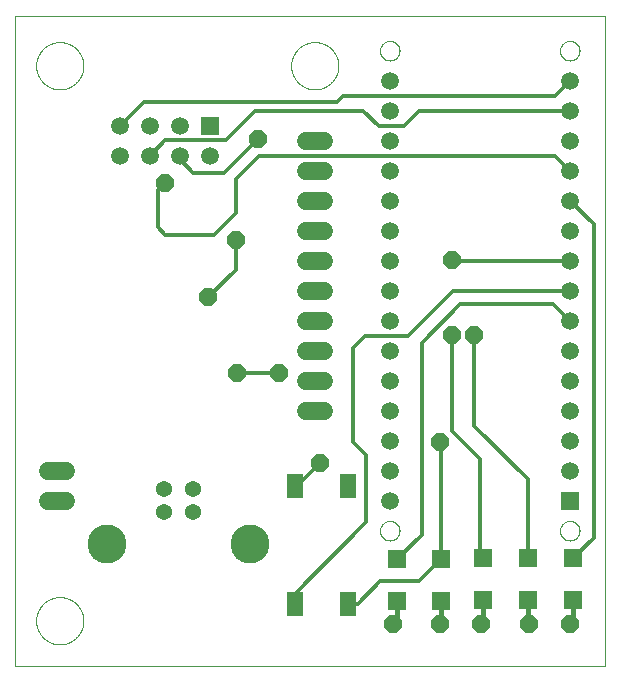
<source format=gtl>
G75*
%MOIN*%
%OFA0B0*%
%FSLAX25Y25*%
%IPPOS*%
%LPD*%
%AMOC8*
5,1,8,0,0,1.08239X$1,22.5*
%
%ADD10C,0.00000*%
%ADD11C,0.06000*%
%ADD12R,0.05906X0.05906*%
%ADD13C,0.05906*%
%ADD14R,0.05512X0.08268*%
%ADD15C,0.05400*%
%ADD16C,0.13000*%
%ADD17OC8,0.05906*%
%ADD18C,0.01200*%
%ADD19C,0.01600*%
D10*
X0001425Y0001000D02*
X0001425Y0217535D01*
X0198276Y0217535D01*
X0198276Y0001000D01*
X0001425Y0001000D01*
X0008551Y0016000D02*
X0008553Y0016193D01*
X0008560Y0016386D01*
X0008572Y0016579D01*
X0008589Y0016772D01*
X0008610Y0016964D01*
X0008636Y0017155D01*
X0008667Y0017346D01*
X0008702Y0017536D01*
X0008742Y0017725D01*
X0008787Y0017913D01*
X0008836Y0018100D01*
X0008890Y0018286D01*
X0008948Y0018470D01*
X0009011Y0018653D01*
X0009079Y0018834D01*
X0009150Y0019013D01*
X0009227Y0019191D01*
X0009307Y0019367D01*
X0009392Y0019540D01*
X0009481Y0019712D01*
X0009574Y0019881D01*
X0009671Y0020048D01*
X0009773Y0020213D01*
X0009878Y0020375D01*
X0009987Y0020534D01*
X0010101Y0020691D01*
X0010218Y0020844D01*
X0010338Y0020995D01*
X0010463Y0021143D01*
X0010591Y0021288D01*
X0010722Y0021429D01*
X0010857Y0021568D01*
X0010996Y0021703D01*
X0011137Y0021834D01*
X0011282Y0021962D01*
X0011430Y0022087D01*
X0011581Y0022207D01*
X0011734Y0022324D01*
X0011891Y0022438D01*
X0012050Y0022547D01*
X0012212Y0022652D01*
X0012377Y0022754D01*
X0012544Y0022851D01*
X0012713Y0022944D01*
X0012885Y0023033D01*
X0013058Y0023118D01*
X0013234Y0023198D01*
X0013412Y0023275D01*
X0013591Y0023346D01*
X0013772Y0023414D01*
X0013955Y0023477D01*
X0014139Y0023535D01*
X0014325Y0023589D01*
X0014512Y0023638D01*
X0014700Y0023683D01*
X0014889Y0023723D01*
X0015079Y0023758D01*
X0015270Y0023789D01*
X0015461Y0023815D01*
X0015653Y0023836D01*
X0015846Y0023853D01*
X0016039Y0023865D01*
X0016232Y0023872D01*
X0016425Y0023874D01*
X0016618Y0023872D01*
X0016811Y0023865D01*
X0017004Y0023853D01*
X0017197Y0023836D01*
X0017389Y0023815D01*
X0017580Y0023789D01*
X0017771Y0023758D01*
X0017961Y0023723D01*
X0018150Y0023683D01*
X0018338Y0023638D01*
X0018525Y0023589D01*
X0018711Y0023535D01*
X0018895Y0023477D01*
X0019078Y0023414D01*
X0019259Y0023346D01*
X0019438Y0023275D01*
X0019616Y0023198D01*
X0019792Y0023118D01*
X0019965Y0023033D01*
X0020137Y0022944D01*
X0020306Y0022851D01*
X0020473Y0022754D01*
X0020638Y0022652D01*
X0020800Y0022547D01*
X0020959Y0022438D01*
X0021116Y0022324D01*
X0021269Y0022207D01*
X0021420Y0022087D01*
X0021568Y0021962D01*
X0021713Y0021834D01*
X0021854Y0021703D01*
X0021993Y0021568D01*
X0022128Y0021429D01*
X0022259Y0021288D01*
X0022387Y0021143D01*
X0022512Y0020995D01*
X0022632Y0020844D01*
X0022749Y0020691D01*
X0022863Y0020534D01*
X0022972Y0020375D01*
X0023077Y0020213D01*
X0023179Y0020048D01*
X0023276Y0019881D01*
X0023369Y0019712D01*
X0023458Y0019540D01*
X0023543Y0019367D01*
X0023623Y0019191D01*
X0023700Y0019013D01*
X0023771Y0018834D01*
X0023839Y0018653D01*
X0023902Y0018470D01*
X0023960Y0018286D01*
X0024014Y0018100D01*
X0024063Y0017913D01*
X0024108Y0017725D01*
X0024148Y0017536D01*
X0024183Y0017346D01*
X0024214Y0017155D01*
X0024240Y0016964D01*
X0024261Y0016772D01*
X0024278Y0016579D01*
X0024290Y0016386D01*
X0024297Y0016193D01*
X0024299Y0016000D01*
X0024297Y0015807D01*
X0024290Y0015614D01*
X0024278Y0015421D01*
X0024261Y0015228D01*
X0024240Y0015036D01*
X0024214Y0014845D01*
X0024183Y0014654D01*
X0024148Y0014464D01*
X0024108Y0014275D01*
X0024063Y0014087D01*
X0024014Y0013900D01*
X0023960Y0013714D01*
X0023902Y0013530D01*
X0023839Y0013347D01*
X0023771Y0013166D01*
X0023700Y0012987D01*
X0023623Y0012809D01*
X0023543Y0012633D01*
X0023458Y0012460D01*
X0023369Y0012288D01*
X0023276Y0012119D01*
X0023179Y0011952D01*
X0023077Y0011787D01*
X0022972Y0011625D01*
X0022863Y0011466D01*
X0022749Y0011309D01*
X0022632Y0011156D01*
X0022512Y0011005D01*
X0022387Y0010857D01*
X0022259Y0010712D01*
X0022128Y0010571D01*
X0021993Y0010432D01*
X0021854Y0010297D01*
X0021713Y0010166D01*
X0021568Y0010038D01*
X0021420Y0009913D01*
X0021269Y0009793D01*
X0021116Y0009676D01*
X0020959Y0009562D01*
X0020800Y0009453D01*
X0020638Y0009348D01*
X0020473Y0009246D01*
X0020306Y0009149D01*
X0020137Y0009056D01*
X0019965Y0008967D01*
X0019792Y0008882D01*
X0019616Y0008802D01*
X0019438Y0008725D01*
X0019259Y0008654D01*
X0019078Y0008586D01*
X0018895Y0008523D01*
X0018711Y0008465D01*
X0018525Y0008411D01*
X0018338Y0008362D01*
X0018150Y0008317D01*
X0017961Y0008277D01*
X0017771Y0008242D01*
X0017580Y0008211D01*
X0017389Y0008185D01*
X0017197Y0008164D01*
X0017004Y0008147D01*
X0016811Y0008135D01*
X0016618Y0008128D01*
X0016425Y0008126D01*
X0016232Y0008128D01*
X0016039Y0008135D01*
X0015846Y0008147D01*
X0015653Y0008164D01*
X0015461Y0008185D01*
X0015270Y0008211D01*
X0015079Y0008242D01*
X0014889Y0008277D01*
X0014700Y0008317D01*
X0014512Y0008362D01*
X0014325Y0008411D01*
X0014139Y0008465D01*
X0013955Y0008523D01*
X0013772Y0008586D01*
X0013591Y0008654D01*
X0013412Y0008725D01*
X0013234Y0008802D01*
X0013058Y0008882D01*
X0012885Y0008967D01*
X0012713Y0009056D01*
X0012544Y0009149D01*
X0012377Y0009246D01*
X0012212Y0009348D01*
X0012050Y0009453D01*
X0011891Y0009562D01*
X0011734Y0009676D01*
X0011581Y0009793D01*
X0011430Y0009913D01*
X0011282Y0010038D01*
X0011137Y0010166D01*
X0010996Y0010297D01*
X0010857Y0010432D01*
X0010722Y0010571D01*
X0010591Y0010712D01*
X0010463Y0010857D01*
X0010338Y0011005D01*
X0010218Y0011156D01*
X0010101Y0011309D01*
X0009987Y0011466D01*
X0009878Y0011625D01*
X0009773Y0011787D01*
X0009671Y0011952D01*
X0009574Y0012119D01*
X0009481Y0012288D01*
X0009392Y0012460D01*
X0009307Y0012633D01*
X0009227Y0012809D01*
X0009150Y0012987D01*
X0009079Y0013166D01*
X0009011Y0013347D01*
X0008948Y0013530D01*
X0008890Y0013714D01*
X0008836Y0013900D01*
X0008787Y0014087D01*
X0008742Y0014275D01*
X0008702Y0014464D01*
X0008667Y0014654D01*
X0008636Y0014845D01*
X0008610Y0015036D01*
X0008589Y0015228D01*
X0008572Y0015421D01*
X0008560Y0015614D01*
X0008553Y0015807D01*
X0008551Y0016000D01*
X0123175Y0046000D02*
X0123177Y0046113D01*
X0123183Y0046227D01*
X0123193Y0046340D01*
X0123207Y0046452D01*
X0123224Y0046564D01*
X0123246Y0046676D01*
X0123272Y0046786D01*
X0123301Y0046896D01*
X0123334Y0047004D01*
X0123371Y0047112D01*
X0123412Y0047217D01*
X0123456Y0047322D01*
X0123504Y0047425D01*
X0123555Y0047526D01*
X0123610Y0047625D01*
X0123669Y0047722D01*
X0123731Y0047817D01*
X0123796Y0047910D01*
X0123864Y0048001D01*
X0123935Y0048089D01*
X0124010Y0048175D01*
X0124087Y0048258D01*
X0124167Y0048338D01*
X0124250Y0048415D01*
X0124336Y0048490D01*
X0124424Y0048561D01*
X0124515Y0048629D01*
X0124608Y0048694D01*
X0124703Y0048756D01*
X0124800Y0048815D01*
X0124899Y0048870D01*
X0125000Y0048921D01*
X0125103Y0048969D01*
X0125208Y0049013D01*
X0125313Y0049054D01*
X0125421Y0049091D01*
X0125529Y0049124D01*
X0125639Y0049153D01*
X0125749Y0049179D01*
X0125861Y0049201D01*
X0125973Y0049218D01*
X0126085Y0049232D01*
X0126198Y0049242D01*
X0126312Y0049248D01*
X0126425Y0049250D01*
X0126538Y0049248D01*
X0126652Y0049242D01*
X0126765Y0049232D01*
X0126877Y0049218D01*
X0126989Y0049201D01*
X0127101Y0049179D01*
X0127211Y0049153D01*
X0127321Y0049124D01*
X0127429Y0049091D01*
X0127537Y0049054D01*
X0127642Y0049013D01*
X0127747Y0048969D01*
X0127850Y0048921D01*
X0127951Y0048870D01*
X0128050Y0048815D01*
X0128147Y0048756D01*
X0128242Y0048694D01*
X0128335Y0048629D01*
X0128426Y0048561D01*
X0128514Y0048490D01*
X0128600Y0048415D01*
X0128683Y0048338D01*
X0128763Y0048258D01*
X0128840Y0048175D01*
X0128915Y0048089D01*
X0128986Y0048001D01*
X0129054Y0047910D01*
X0129119Y0047817D01*
X0129181Y0047722D01*
X0129240Y0047625D01*
X0129295Y0047526D01*
X0129346Y0047425D01*
X0129394Y0047322D01*
X0129438Y0047217D01*
X0129479Y0047112D01*
X0129516Y0047004D01*
X0129549Y0046896D01*
X0129578Y0046786D01*
X0129604Y0046676D01*
X0129626Y0046564D01*
X0129643Y0046452D01*
X0129657Y0046340D01*
X0129667Y0046227D01*
X0129673Y0046113D01*
X0129675Y0046000D01*
X0129673Y0045887D01*
X0129667Y0045773D01*
X0129657Y0045660D01*
X0129643Y0045548D01*
X0129626Y0045436D01*
X0129604Y0045324D01*
X0129578Y0045214D01*
X0129549Y0045104D01*
X0129516Y0044996D01*
X0129479Y0044888D01*
X0129438Y0044783D01*
X0129394Y0044678D01*
X0129346Y0044575D01*
X0129295Y0044474D01*
X0129240Y0044375D01*
X0129181Y0044278D01*
X0129119Y0044183D01*
X0129054Y0044090D01*
X0128986Y0043999D01*
X0128915Y0043911D01*
X0128840Y0043825D01*
X0128763Y0043742D01*
X0128683Y0043662D01*
X0128600Y0043585D01*
X0128514Y0043510D01*
X0128426Y0043439D01*
X0128335Y0043371D01*
X0128242Y0043306D01*
X0128147Y0043244D01*
X0128050Y0043185D01*
X0127951Y0043130D01*
X0127850Y0043079D01*
X0127747Y0043031D01*
X0127642Y0042987D01*
X0127537Y0042946D01*
X0127429Y0042909D01*
X0127321Y0042876D01*
X0127211Y0042847D01*
X0127101Y0042821D01*
X0126989Y0042799D01*
X0126877Y0042782D01*
X0126765Y0042768D01*
X0126652Y0042758D01*
X0126538Y0042752D01*
X0126425Y0042750D01*
X0126312Y0042752D01*
X0126198Y0042758D01*
X0126085Y0042768D01*
X0125973Y0042782D01*
X0125861Y0042799D01*
X0125749Y0042821D01*
X0125639Y0042847D01*
X0125529Y0042876D01*
X0125421Y0042909D01*
X0125313Y0042946D01*
X0125208Y0042987D01*
X0125103Y0043031D01*
X0125000Y0043079D01*
X0124899Y0043130D01*
X0124800Y0043185D01*
X0124703Y0043244D01*
X0124608Y0043306D01*
X0124515Y0043371D01*
X0124424Y0043439D01*
X0124336Y0043510D01*
X0124250Y0043585D01*
X0124167Y0043662D01*
X0124087Y0043742D01*
X0124010Y0043825D01*
X0123935Y0043911D01*
X0123864Y0043999D01*
X0123796Y0044090D01*
X0123731Y0044183D01*
X0123669Y0044278D01*
X0123610Y0044375D01*
X0123555Y0044474D01*
X0123504Y0044575D01*
X0123456Y0044678D01*
X0123412Y0044783D01*
X0123371Y0044888D01*
X0123334Y0044996D01*
X0123301Y0045104D01*
X0123272Y0045214D01*
X0123246Y0045324D01*
X0123224Y0045436D01*
X0123207Y0045548D01*
X0123193Y0045660D01*
X0123183Y0045773D01*
X0123177Y0045887D01*
X0123175Y0046000D01*
X0183175Y0046000D02*
X0183177Y0046113D01*
X0183183Y0046227D01*
X0183193Y0046340D01*
X0183207Y0046452D01*
X0183224Y0046564D01*
X0183246Y0046676D01*
X0183272Y0046786D01*
X0183301Y0046896D01*
X0183334Y0047004D01*
X0183371Y0047112D01*
X0183412Y0047217D01*
X0183456Y0047322D01*
X0183504Y0047425D01*
X0183555Y0047526D01*
X0183610Y0047625D01*
X0183669Y0047722D01*
X0183731Y0047817D01*
X0183796Y0047910D01*
X0183864Y0048001D01*
X0183935Y0048089D01*
X0184010Y0048175D01*
X0184087Y0048258D01*
X0184167Y0048338D01*
X0184250Y0048415D01*
X0184336Y0048490D01*
X0184424Y0048561D01*
X0184515Y0048629D01*
X0184608Y0048694D01*
X0184703Y0048756D01*
X0184800Y0048815D01*
X0184899Y0048870D01*
X0185000Y0048921D01*
X0185103Y0048969D01*
X0185208Y0049013D01*
X0185313Y0049054D01*
X0185421Y0049091D01*
X0185529Y0049124D01*
X0185639Y0049153D01*
X0185749Y0049179D01*
X0185861Y0049201D01*
X0185973Y0049218D01*
X0186085Y0049232D01*
X0186198Y0049242D01*
X0186312Y0049248D01*
X0186425Y0049250D01*
X0186538Y0049248D01*
X0186652Y0049242D01*
X0186765Y0049232D01*
X0186877Y0049218D01*
X0186989Y0049201D01*
X0187101Y0049179D01*
X0187211Y0049153D01*
X0187321Y0049124D01*
X0187429Y0049091D01*
X0187537Y0049054D01*
X0187642Y0049013D01*
X0187747Y0048969D01*
X0187850Y0048921D01*
X0187951Y0048870D01*
X0188050Y0048815D01*
X0188147Y0048756D01*
X0188242Y0048694D01*
X0188335Y0048629D01*
X0188426Y0048561D01*
X0188514Y0048490D01*
X0188600Y0048415D01*
X0188683Y0048338D01*
X0188763Y0048258D01*
X0188840Y0048175D01*
X0188915Y0048089D01*
X0188986Y0048001D01*
X0189054Y0047910D01*
X0189119Y0047817D01*
X0189181Y0047722D01*
X0189240Y0047625D01*
X0189295Y0047526D01*
X0189346Y0047425D01*
X0189394Y0047322D01*
X0189438Y0047217D01*
X0189479Y0047112D01*
X0189516Y0047004D01*
X0189549Y0046896D01*
X0189578Y0046786D01*
X0189604Y0046676D01*
X0189626Y0046564D01*
X0189643Y0046452D01*
X0189657Y0046340D01*
X0189667Y0046227D01*
X0189673Y0046113D01*
X0189675Y0046000D01*
X0189673Y0045887D01*
X0189667Y0045773D01*
X0189657Y0045660D01*
X0189643Y0045548D01*
X0189626Y0045436D01*
X0189604Y0045324D01*
X0189578Y0045214D01*
X0189549Y0045104D01*
X0189516Y0044996D01*
X0189479Y0044888D01*
X0189438Y0044783D01*
X0189394Y0044678D01*
X0189346Y0044575D01*
X0189295Y0044474D01*
X0189240Y0044375D01*
X0189181Y0044278D01*
X0189119Y0044183D01*
X0189054Y0044090D01*
X0188986Y0043999D01*
X0188915Y0043911D01*
X0188840Y0043825D01*
X0188763Y0043742D01*
X0188683Y0043662D01*
X0188600Y0043585D01*
X0188514Y0043510D01*
X0188426Y0043439D01*
X0188335Y0043371D01*
X0188242Y0043306D01*
X0188147Y0043244D01*
X0188050Y0043185D01*
X0187951Y0043130D01*
X0187850Y0043079D01*
X0187747Y0043031D01*
X0187642Y0042987D01*
X0187537Y0042946D01*
X0187429Y0042909D01*
X0187321Y0042876D01*
X0187211Y0042847D01*
X0187101Y0042821D01*
X0186989Y0042799D01*
X0186877Y0042782D01*
X0186765Y0042768D01*
X0186652Y0042758D01*
X0186538Y0042752D01*
X0186425Y0042750D01*
X0186312Y0042752D01*
X0186198Y0042758D01*
X0186085Y0042768D01*
X0185973Y0042782D01*
X0185861Y0042799D01*
X0185749Y0042821D01*
X0185639Y0042847D01*
X0185529Y0042876D01*
X0185421Y0042909D01*
X0185313Y0042946D01*
X0185208Y0042987D01*
X0185103Y0043031D01*
X0185000Y0043079D01*
X0184899Y0043130D01*
X0184800Y0043185D01*
X0184703Y0043244D01*
X0184608Y0043306D01*
X0184515Y0043371D01*
X0184424Y0043439D01*
X0184336Y0043510D01*
X0184250Y0043585D01*
X0184167Y0043662D01*
X0184087Y0043742D01*
X0184010Y0043825D01*
X0183935Y0043911D01*
X0183864Y0043999D01*
X0183796Y0044090D01*
X0183731Y0044183D01*
X0183669Y0044278D01*
X0183610Y0044375D01*
X0183555Y0044474D01*
X0183504Y0044575D01*
X0183456Y0044678D01*
X0183412Y0044783D01*
X0183371Y0044888D01*
X0183334Y0044996D01*
X0183301Y0045104D01*
X0183272Y0045214D01*
X0183246Y0045324D01*
X0183224Y0045436D01*
X0183207Y0045548D01*
X0183193Y0045660D01*
X0183183Y0045773D01*
X0183177Y0045887D01*
X0183175Y0046000D01*
X0093551Y0201000D02*
X0093553Y0201193D01*
X0093560Y0201386D01*
X0093572Y0201579D01*
X0093589Y0201772D01*
X0093610Y0201964D01*
X0093636Y0202155D01*
X0093667Y0202346D01*
X0093702Y0202536D01*
X0093742Y0202725D01*
X0093787Y0202913D01*
X0093836Y0203100D01*
X0093890Y0203286D01*
X0093948Y0203470D01*
X0094011Y0203653D01*
X0094079Y0203834D01*
X0094150Y0204013D01*
X0094227Y0204191D01*
X0094307Y0204367D01*
X0094392Y0204540D01*
X0094481Y0204712D01*
X0094574Y0204881D01*
X0094671Y0205048D01*
X0094773Y0205213D01*
X0094878Y0205375D01*
X0094987Y0205534D01*
X0095101Y0205691D01*
X0095218Y0205844D01*
X0095338Y0205995D01*
X0095463Y0206143D01*
X0095591Y0206288D01*
X0095722Y0206429D01*
X0095857Y0206568D01*
X0095996Y0206703D01*
X0096137Y0206834D01*
X0096282Y0206962D01*
X0096430Y0207087D01*
X0096581Y0207207D01*
X0096734Y0207324D01*
X0096891Y0207438D01*
X0097050Y0207547D01*
X0097212Y0207652D01*
X0097377Y0207754D01*
X0097544Y0207851D01*
X0097713Y0207944D01*
X0097885Y0208033D01*
X0098058Y0208118D01*
X0098234Y0208198D01*
X0098412Y0208275D01*
X0098591Y0208346D01*
X0098772Y0208414D01*
X0098955Y0208477D01*
X0099139Y0208535D01*
X0099325Y0208589D01*
X0099512Y0208638D01*
X0099700Y0208683D01*
X0099889Y0208723D01*
X0100079Y0208758D01*
X0100270Y0208789D01*
X0100461Y0208815D01*
X0100653Y0208836D01*
X0100846Y0208853D01*
X0101039Y0208865D01*
X0101232Y0208872D01*
X0101425Y0208874D01*
X0101618Y0208872D01*
X0101811Y0208865D01*
X0102004Y0208853D01*
X0102197Y0208836D01*
X0102389Y0208815D01*
X0102580Y0208789D01*
X0102771Y0208758D01*
X0102961Y0208723D01*
X0103150Y0208683D01*
X0103338Y0208638D01*
X0103525Y0208589D01*
X0103711Y0208535D01*
X0103895Y0208477D01*
X0104078Y0208414D01*
X0104259Y0208346D01*
X0104438Y0208275D01*
X0104616Y0208198D01*
X0104792Y0208118D01*
X0104965Y0208033D01*
X0105137Y0207944D01*
X0105306Y0207851D01*
X0105473Y0207754D01*
X0105638Y0207652D01*
X0105800Y0207547D01*
X0105959Y0207438D01*
X0106116Y0207324D01*
X0106269Y0207207D01*
X0106420Y0207087D01*
X0106568Y0206962D01*
X0106713Y0206834D01*
X0106854Y0206703D01*
X0106993Y0206568D01*
X0107128Y0206429D01*
X0107259Y0206288D01*
X0107387Y0206143D01*
X0107512Y0205995D01*
X0107632Y0205844D01*
X0107749Y0205691D01*
X0107863Y0205534D01*
X0107972Y0205375D01*
X0108077Y0205213D01*
X0108179Y0205048D01*
X0108276Y0204881D01*
X0108369Y0204712D01*
X0108458Y0204540D01*
X0108543Y0204367D01*
X0108623Y0204191D01*
X0108700Y0204013D01*
X0108771Y0203834D01*
X0108839Y0203653D01*
X0108902Y0203470D01*
X0108960Y0203286D01*
X0109014Y0203100D01*
X0109063Y0202913D01*
X0109108Y0202725D01*
X0109148Y0202536D01*
X0109183Y0202346D01*
X0109214Y0202155D01*
X0109240Y0201964D01*
X0109261Y0201772D01*
X0109278Y0201579D01*
X0109290Y0201386D01*
X0109297Y0201193D01*
X0109299Y0201000D01*
X0109297Y0200807D01*
X0109290Y0200614D01*
X0109278Y0200421D01*
X0109261Y0200228D01*
X0109240Y0200036D01*
X0109214Y0199845D01*
X0109183Y0199654D01*
X0109148Y0199464D01*
X0109108Y0199275D01*
X0109063Y0199087D01*
X0109014Y0198900D01*
X0108960Y0198714D01*
X0108902Y0198530D01*
X0108839Y0198347D01*
X0108771Y0198166D01*
X0108700Y0197987D01*
X0108623Y0197809D01*
X0108543Y0197633D01*
X0108458Y0197460D01*
X0108369Y0197288D01*
X0108276Y0197119D01*
X0108179Y0196952D01*
X0108077Y0196787D01*
X0107972Y0196625D01*
X0107863Y0196466D01*
X0107749Y0196309D01*
X0107632Y0196156D01*
X0107512Y0196005D01*
X0107387Y0195857D01*
X0107259Y0195712D01*
X0107128Y0195571D01*
X0106993Y0195432D01*
X0106854Y0195297D01*
X0106713Y0195166D01*
X0106568Y0195038D01*
X0106420Y0194913D01*
X0106269Y0194793D01*
X0106116Y0194676D01*
X0105959Y0194562D01*
X0105800Y0194453D01*
X0105638Y0194348D01*
X0105473Y0194246D01*
X0105306Y0194149D01*
X0105137Y0194056D01*
X0104965Y0193967D01*
X0104792Y0193882D01*
X0104616Y0193802D01*
X0104438Y0193725D01*
X0104259Y0193654D01*
X0104078Y0193586D01*
X0103895Y0193523D01*
X0103711Y0193465D01*
X0103525Y0193411D01*
X0103338Y0193362D01*
X0103150Y0193317D01*
X0102961Y0193277D01*
X0102771Y0193242D01*
X0102580Y0193211D01*
X0102389Y0193185D01*
X0102197Y0193164D01*
X0102004Y0193147D01*
X0101811Y0193135D01*
X0101618Y0193128D01*
X0101425Y0193126D01*
X0101232Y0193128D01*
X0101039Y0193135D01*
X0100846Y0193147D01*
X0100653Y0193164D01*
X0100461Y0193185D01*
X0100270Y0193211D01*
X0100079Y0193242D01*
X0099889Y0193277D01*
X0099700Y0193317D01*
X0099512Y0193362D01*
X0099325Y0193411D01*
X0099139Y0193465D01*
X0098955Y0193523D01*
X0098772Y0193586D01*
X0098591Y0193654D01*
X0098412Y0193725D01*
X0098234Y0193802D01*
X0098058Y0193882D01*
X0097885Y0193967D01*
X0097713Y0194056D01*
X0097544Y0194149D01*
X0097377Y0194246D01*
X0097212Y0194348D01*
X0097050Y0194453D01*
X0096891Y0194562D01*
X0096734Y0194676D01*
X0096581Y0194793D01*
X0096430Y0194913D01*
X0096282Y0195038D01*
X0096137Y0195166D01*
X0095996Y0195297D01*
X0095857Y0195432D01*
X0095722Y0195571D01*
X0095591Y0195712D01*
X0095463Y0195857D01*
X0095338Y0196005D01*
X0095218Y0196156D01*
X0095101Y0196309D01*
X0094987Y0196466D01*
X0094878Y0196625D01*
X0094773Y0196787D01*
X0094671Y0196952D01*
X0094574Y0197119D01*
X0094481Y0197288D01*
X0094392Y0197460D01*
X0094307Y0197633D01*
X0094227Y0197809D01*
X0094150Y0197987D01*
X0094079Y0198166D01*
X0094011Y0198347D01*
X0093948Y0198530D01*
X0093890Y0198714D01*
X0093836Y0198900D01*
X0093787Y0199087D01*
X0093742Y0199275D01*
X0093702Y0199464D01*
X0093667Y0199654D01*
X0093636Y0199845D01*
X0093610Y0200036D01*
X0093589Y0200228D01*
X0093572Y0200421D01*
X0093560Y0200614D01*
X0093553Y0200807D01*
X0093551Y0201000D01*
X0123175Y0206000D02*
X0123177Y0206113D01*
X0123183Y0206227D01*
X0123193Y0206340D01*
X0123207Y0206452D01*
X0123224Y0206564D01*
X0123246Y0206676D01*
X0123272Y0206786D01*
X0123301Y0206896D01*
X0123334Y0207004D01*
X0123371Y0207112D01*
X0123412Y0207217D01*
X0123456Y0207322D01*
X0123504Y0207425D01*
X0123555Y0207526D01*
X0123610Y0207625D01*
X0123669Y0207722D01*
X0123731Y0207817D01*
X0123796Y0207910D01*
X0123864Y0208001D01*
X0123935Y0208089D01*
X0124010Y0208175D01*
X0124087Y0208258D01*
X0124167Y0208338D01*
X0124250Y0208415D01*
X0124336Y0208490D01*
X0124424Y0208561D01*
X0124515Y0208629D01*
X0124608Y0208694D01*
X0124703Y0208756D01*
X0124800Y0208815D01*
X0124899Y0208870D01*
X0125000Y0208921D01*
X0125103Y0208969D01*
X0125208Y0209013D01*
X0125313Y0209054D01*
X0125421Y0209091D01*
X0125529Y0209124D01*
X0125639Y0209153D01*
X0125749Y0209179D01*
X0125861Y0209201D01*
X0125973Y0209218D01*
X0126085Y0209232D01*
X0126198Y0209242D01*
X0126312Y0209248D01*
X0126425Y0209250D01*
X0126538Y0209248D01*
X0126652Y0209242D01*
X0126765Y0209232D01*
X0126877Y0209218D01*
X0126989Y0209201D01*
X0127101Y0209179D01*
X0127211Y0209153D01*
X0127321Y0209124D01*
X0127429Y0209091D01*
X0127537Y0209054D01*
X0127642Y0209013D01*
X0127747Y0208969D01*
X0127850Y0208921D01*
X0127951Y0208870D01*
X0128050Y0208815D01*
X0128147Y0208756D01*
X0128242Y0208694D01*
X0128335Y0208629D01*
X0128426Y0208561D01*
X0128514Y0208490D01*
X0128600Y0208415D01*
X0128683Y0208338D01*
X0128763Y0208258D01*
X0128840Y0208175D01*
X0128915Y0208089D01*
X0128986Y0208001D01*
X0129054Y0207910D01*
X0129119Y0207817D01*
X0129181Y0207722D01*
X0129240Y0207625D01*
X0129295Y0207526D01*
X0129346Y0207425D01*
X0129394Y0207322D01*
X0129438Y0207217D01*
X0129479Y0207112D01*
X0129516Y0207004D01*
X0129549Y0206896D01*
X0129578Y0206786D01*
X0129604Y0206676D01*
X0129626Y0206564D01*
X0129643Y0206452D01*
X0129657Y0206340D01*
X0129667Y0206227D01*
X0129673Y0206113D01*
X0129675Y0206000D01*
X0129673Y0205887D01*
X0129667Y0205773D01*
X0129657Y0205660D01*
X0129643Y0205548D01*
X0129626Y0205436D01*
X0129604Y0205324D01*
X0129578Y0205214D01*
X0129549Y0205104D01*
X0129516Y0204996D01*
X0129479Y0204888D01*
X0129438Y0204783D01*
X0129394Y0204678D01*
X0129346Y0204575D01*
X0129295Y0204474D01*
X0129240Y0204375D01*
X0129181Y0204278D01*
X0129119Y0204183D01*
X0129054Y0204090D01*
X0128986Y0203999D01*
X0128915Y0203911D01*
X0128840Y0203825D01*
X0128763Y0203742D01*
X0128683Y0203662D01*
X0128600Y0203585D01*
X0128514Y0203510D01*
X0128426Y0203439D01*
X0128335Y0203371D01*
X0128242Y0203306D01*
X0128147Y0203244D01*
X0128050Y0203185D01*
X0127951Y0203130D01*
X0127850Y0203079D01*
X0127747Y0203031D01*
X0127642Y0202987D01*
X0127537Y0202946D01*
X0127429Y0202909D01*
X0127321Y0202876D01*
X0127211Y0202847D01*
X0127101Y0202821D01*
X0126989Y0202799D01*
X0126877Y0202782D01*
X0126765Y0202768D01*
X0126652Y0202758D01*
X0126538Y0202752D01*
X0126425Y0202750D01*
X0126312Y0202752D01*
X0126198Y0202758D01*
X0126085Y0202768D01*
X0125973Y0202782D01*
X0125861Y0202799D01*
X0125749Y0202821D01*
X0125639Y0202847D01*
X0125529Y0202876D01*
X0125421Y0202909D01*
X0125313Y0202946D01*
X0125208Y0202987D01*
X0125103Y0203031D01*
X0125000Y0203079D01*
X0124899Y0203130D01*
X0124800Y0203185D01*
X0124703Y0203244D01*
X0124608Y0203306D01*
X0124515Y0203371D01*
X0124424Y0203439D01*
X0124336Y0203510D01*
X0124250Y0203585D01*
X0124167Y0203662D01*
X0124087Y0203742D01*
X0124010Y0203825D01*
X0123935Y0203911D01*
X0123864Y0203999D01*
X0123796Y0204090D01*
X0123731Y0204183D01*
X0123669Y0204278D01*
X0123610Y0204375D01*
X0123555Y0204474D01*
X0123504Y0204575D01*
X0123456Y0204678D01*
X0123412Y0204783D01*
X0123371Y0204888D01*
X0123334Y0204996D01*
X0123301Y0205104D01*
X0123272Y0205214D01*
X0123246Y0205324D01*
X0123224Y0205436D01*
X0123207Y0205548D01*
X0123193Y0205660D01*
X0123183Y0205773D01*
X0123177Y0205887D01*
X0123175Y0206000D01*
X0183175Y0206000D02*
X0183177Y0206113D01*
X0183183Y0206227D01*
X0183193Y0206340D01*
X0183207Y0206452D01*
X0183224Y0206564D01*
X0183246Y0206676D01*
X0183272Y0206786D01*
X0183301Y0206896D01*
X0183334Y0207004D01*
X0183371Y0207112D01*
X0183412Y0207217D01*
X0183456Y0207322D01*
X0183504Y0207425D01*
X0183555Y0207526D01*
X0183610Y0207625D01*
X0183669Y0207722D01*
X0183731Y0207817D01*
X0183796Y0207910D01*
X0183864Y0208001D01*
X0183935Y0208089D01*
X0184010Y0208175D01*
X0184087Y0208258D01*
X0184167Y0208338D01*
X0184250Y0208415D01*
X0184336Y0208490D01*
X0184424Y0208561D01*
X0184515Y0208629D01*
X0184608Y0208694D01*
X0184703Y0208756D01*
X0184800Y0208815D01*
X0184899Y0208870D01*
X0185000Y0208921D01*
X0185103Y0208969D01*
X0185208Y0209013D01*
X0185313Y0209054D01*
X0185421Y0209091D01*
X0185529Y0209124D01*
X0185639Y0209153D01*
X0185749Y0209179D01*
X0185861Y0209201D01*
X0185973Y0209218D01*
X0186085Y0209232D01*
X0186198Y0209242D01*
X0186312Y0209248D01*
X0186425Y0209250D01*
X0186538Y0209248D01*
X0186652Y0209242D01*
X0186765Y0209232D01*
X0186877Y0209218D01*
X0186989Y0209201D01*
X0187101Y0209179D01*
X0187211Y0209153D01*
X0187321Y0209124D01*
X0187429Y0209091D01*
X0187537Y0209054D01*
X0187642Y0209013D01*
X0187747Y0208969D01*
X0187850Y0208921D01*
X0187951Y0208870D01*
X0188050Y0208815D01*
X0188147Y0208756D01*
X0188242Y0208694D01*
X0188335Y0208629D01*
X0188426Y0208561D01*
X0188514Y0208490D01*
X0188600Y0208415D01*
X0188683Y0208338D01*
X0188763Y0208258D01*
X0188840Y0208175D01*
X0188915Y0208089D01*
X0188986Y0208001D01*
X0189054Y0207910D01*
X0189119Y0207817D01*
X0189181Y0207722D01*
X0189240Y0207625D01*
X0189295Y0207526D01*
X0189346Y0207425D01*
X0189394Y0207322D01*
X0189438Y0207217D01*
X0189479Y0207112D01*
X0189516Y0207004D01*
X0189549Y0206896D01*
X0189578Y0206786D01*
X0189604Y0206676D01*
X0189626Y0206564D01*
X0189643Y0206452D01*
X0189657Y0206340D01*
X0189667Y0206227D01*
X0189673Y0206113D01*
X0189675Y0206000D01*
X0189673Y0205887D01*
X0189667Y0205773D01*
X0189657Y0205660D01*
X0189643Y0205548D01*
X0189626Y0205436D01*
X0189604Y0205324D01*
X0189578Y0205214D01*
X0189549Y0205104D01*
X0189516Y0204996D01*
X0189479Y0204888D01*
X0189438Y0204783D01*
X0189394Y0204678D01*
X0189346Y0204575D01*
X0189295Y0204474D01*
X0189240Y0204375D01*
X0189181Y0204278D01*
X0189119Y0204183D01*
X0189054Y0204090D01*
X0188986Y0203999D01*
X0188915Y0203911D01*
X0188840Y0203825D01*
X0188763Y0203742D01*
X0188683Y0203662D01*
X0188600Y0203585D01*
X0188514Y0203510D01*
X0188426Y0203439D01*
X0188335Y0203371D01*
X0188242Y0203306D01*
X0188147Y0203244D01*
X0188050Y0203185D01*
X0187951Y0203130D01*
X0187850Y0203079D01*
X0187747Y0203031D01*
X0187642Y0202987D01*
X0187537Y0202946D01*
X0187429Y0202909D01*
X0187321Y0202876D01*
X0187211Y0202847D01*
X0187101Y0202821D01*
X0186989Y0202799D01*
X0186877Y0202782D01*
X0186765Y0202768D01*
X0186652Y0202758D01*
X0186538Y0202752D01*
X0186425Y0202750D01*
X0186312Y0202752D01*
X0186198Y0202758D01*
X0186085Y0202768D01*
X0185973Y0202782D01*
X0185861Y0202799D01*
X0185749Y0202821D01*
X0185639Y0202847D01*
X0185529Y0202876D01*
X0185421Y0202909D01*
X0185313Y0202946D01*
X0185208Y0202987D01*
X0185103Y0203031D01*
X0185000Y0203079D01*
X0184899Y0203130D01*
X0184800Y0203185D01*
X0184703Y0203244D01*
X0184608Y0203306D01*
X0184515Y0203371D01*
X0184424Y0203439D01*
X0184336Y0203510D01*
X0184250Y0203585D01*
X0184167Y0203662D01*
X0184087Y0203742D01*
X0184010Y0203825D01*
X0183935Y0203911D01*
X0183864Y0203999D01*
X0183796Y0204090D01*
X0183731Y0204183D01*
X0183669Y0204278D01*
X0183610Y0204375D01*
X0183555Y0204474D01*
X0183504Y0204575D01*
X0183456Y0204678D01*
X0183412Y0204783D01*
X0183371Y0204888D01*
X0183334Y0204996D01*
X0183301Y0205104D01*
X0183272Y0205214D01*
X0183246Y0205324D01*
X0183224Y0205436D01*
X0183207Y0205548D01*
X0183193Y0205660D01*
X0183183Y0205773D01*
X0183177Y0205887D01*
X0183175Y0206000D01*
X0008551Y0201000D02*
X0008553Y0201193D01*
X0008560Y0201386D01*
X0008572Y0201579D01*
X0008589Y0201772D01*
X0008610Y0201964D01*
X0008636Y0202155D01*
X0008667Y0202346D01*
X0008702Y0202536D01*
X0008742Y0202725D01*
X0008787Y0202913D01*
X0008836Y0203100D01*
X0008890Y0203286D01*
X0008948Y0203470D01*
X0009011Y0203653D01*
X0009079Y0203834D01*
X0009150Y0204013D01*
X0009227Y0204191D01*
X0009307Y0204367D01*
X0009392Y0204540D01*
X0009481Y0204712D01*
X0009574Y0204881D01*
X0009671Y0205048D01*
X0009773Y0205213D01*
X0009878Y0205375D01*
X0009987Y0205534D01*
X0010101Y0205691D01*
X0010218Y0205844D01*
X0010338Y0205995D01*
X0010463Y0206143D01*
X0010591Y0206288D01*
X0010722Y0206429D01*
X0010857Y0206568D01*
X0010996Y0206703D01*
X0011137Y0206834D01*
X0011282Y0206962D01*
X0011430Y0207087D01*
X0011581Y0207207D01*
X0011734Y0207324D01*
X0011891Y0207438D01*
X0012050Y0207547D01*
X0012212Y0207652D01*
X0012377Y0207754D01*
X0012544Y0207851D01*
X0012713Y0207944D01*
X0012885Y0208033D01*
X0013058Y0208118D01*
X0013234Y0208198D01*
X0013412Y0208275D01*
X0013591Y0208346D01*
X0013772Y0208414D01*
X0013955Y0208477D01*
X0014139Y0208535D01*
X0014325Y0208589D01*
X0014512Y0208638D01*
X0014700Y0208683D01*
X0014889Y0208723D01*
X0015079Y0208758D01*
X0015270Y0208789D01*
X0015461Y0208815D01*
X0015653Y0208836D01*
X0015846Y0208853D01*
X0016039Y0208865D01*
X0016232Y0208872D01*
X0016425Y0208874D01*
X0016618Y0208872D01*
X0016811Y0208865D01*
X0017004Y0208853D01*
X0017197Y0208836D01*
X0017389Y0208815D01*
X0017580Y0208789D01*
X0017771Y0208758D01*
X0017961Y0208723D01*
X0018150Y0208683D01*
X0018338Y0208638D01*
X0018525Y0208589D01*
X0018711Y0208535D01*
X0018895Y0208477D01*
X0019078Y0208414D01*
X0019259Y0208346D01*
X0019438Y0208275D01*
X0019616Y0208198D01*
X0019792Y0208118D01*
X0019965Y0208033D01*
X0020137Y0207944D01*
X0020306Y0207851D01*
X0020473Y0207754D01*
X0020638Y0207652D01*
X0020800Y0207547D01*
X0020959Y0207438D01*
X0021116Y0207324D01*
X0021269Y0207207D01*
X0021420Y0207087D01*
X0021568Y0206962D01*
X0021713Y0206834D01*
X0021854Y0206703D01*
X0021993Y0206568D01*
X0022128Y0206429D01*
X0022259Y0206288D01*
X0022387Y0206143D01*
X0022512Y0205995D01*
X0022632Y0205844D01*
X0022749Y0205691D01*
X0022863Y0205534D01*
X0022972Y0205375D01*
X0023077Y0205213D01*
X0023179Y0205048D01*
X0023276Y0204881D01*
X0023369Y0204712D01*
X0023458Y0204540D01*
X0023543Y0204367D01*
X0023623Y0204191D01*
X0023700Y0204013D01*
X0023771Y0203834D01*
X0023839Y0203653D01*
X0023902Y0203470D01*
X0023960Y0203286D01*
X0024014Y0203100D01*
X0024063Y0202913D01*
X0024108Y0202725D01*
X0024148Y0202536D01*
X0024183Y0202346D01*
X0024214Y0202155D01*
X0024240Y0201964D01*
X0024261Y0201772D01*
X0024278Y0201579D01*
X0024290Y0201386D01*
X0024297Y0201193D01*
X0024299Y0201000D01*
X0024297Y0200807D01*
X0024290Y0200614D01*
X0024278Y0200421D01*
X0024261Y0200228D01*
X0024240Y0200036D01*
X0024214Y0199845D01*
X0024183Y0199654D01*
X0024148Y0199464D01*
X0024108Y0199275D01*
X0024063Y0199087D01*
X0024014Y0198900D01*
X0023960Y0198714D01*
X0023902Y0198530D01*
X0023839Y0198347D01*
X0023771Y0198166D01*
X0023700Y0197987D01*
X0023623Y0197809D01*
X0023543Y0197633D01*
X0023458Y0197460D01*
X0023369Y0197288D01*
X0023276Y0197119D01*
X0023179Y0196952D01*
X0023077Y0196787D01*
X0022972Y0196625D01*
X0022863Y0196466D01*
X0022749Y0196309D01*
X0022632Y0196156D01*
X0022512Y0196005D01*
X0022387Y0195857D01*
X0022259Y0195712D01*
X0022128Y0195571D01*
X0021993Y0195432D01*
X0021854Y0195297D01*
X0021713Y0195166D01*
X0021568Y0195038D01*
X0021420Y0194913D01*
X0021269Y0194793D01*
X0021116Y0194676D01*
X0020959Y0194562D01*
X0020800Y0194453D01*
X0020638Y0194348D01*
X0020473Y0194246D01*
X0020306Y0194149D01*
X0020137Y0194056D01*
X0019965Y0193967D01*
X0019792Y0193882D01*
X0019616Y0193802D01*
X0019438Y0193725D01*
X0019259Y0193654D01*
X0019078Y0193586D01*
X0018895Y0193523D01*
X0018711Y0193465D01*
X0018525Y0193411D01*
X0018338Y0193362D01*
X0018150Y0193317D01*
X0017961Y0193277D01*
X0017771Y0193242D01*
X0017580Y0193211D01*
X0017389Y0193185D01*
X0017197Y0193164D01*
X0017004Y0193147D01*
X0016811Y0193135D01*
X0016618Y0193128D01*
X0016425Y0193126D01*
X0016232Y0193128D01*
X0016039Y0193135D01*
X0015846Y0193147D01*
X0015653Y0193164D01*
X0015461Y0193185D01*
X0015270Y0193211D01*
X0015079Y0193242D01*
X0014889Y0193277D01*
X0014700Y0193317D01*
X0014512Y0193362D01*
X0014325Y0193411D01*
X0014139Y0193465D01*
X0013955Y0193523D01*
X0013772Y0193586D01*
X0013591Y0193654D01*
X0013412Y0193725D01*
X0013234Y0193802D01*
X0013058Y0193882D01*
X0012885Y0193967D01*
X0012713Y0194056D01*
X0012544Y0194149D01*
X0012377Y0194246D01*
X0012212Y0194348D01*
X0012050Y0194453D01*
X0011891Y0194562D01*
X0011734Y0194676D01*
X0011581Y0194793D01*
X0011430Y0194913D01*
X0011282Y0195038D01*
X0011137Y0195166D01*
X0010996Y0195297D01*
X0010857Y0195432D01*
X0010722Y0195571D01*
X0010591Y0195712D01*
X0010463Y0195857D01*
X0010338Y0196005D01*
X0010218Y0196156D01*
X0010101Y0196309D01*
X0009987Y0196466D01*
X0009878Y0196625D01*
X0009773Y0196787D01*
X0009671Y0196952D01*
X0009574Y0197119D01*
X0009481Y0197288D01*
X0009392Y0197460D01*
X0009307Y0197633D01*
X0009227Y0197809D01*
X0009150Y0197987D01*
X0009079Y0198166D01*
X0009011Y0198347D01*
X0008948Y0198530D01*
X0008890Y0198714D01*
X0008836Y0198900D01*
X0008787Y0199087D01*
X0008742Y0199275D01*
X0008702Y0199464D01*
X0008667Y0199654D01*
X0008636Y0199845D01*
X0008610Y0200036D01*
X0008589Y0200228D01*
X0008572Y0200421D01*
X0008560Y0200614D01*
X0008553Y0200807D01*
X0008551Y0201000D01*
D11*
X0098425Y0176000D02*
X0104425Y0176000D01*
X0104425Y0166000D02*
X0098425Y0166000D01*
X0098425Y0156000D02*
X0104425Y0156000D01*
X0104425Y0146000D02*
X0098425Y0146000D01*
X0098425Y0136000D02*
X0104425Y0136000D01*
X0104425Y0126000D02*
X0098425Y0126000D01*
X0098425Y0116000D02*
X0104425Y0116000D01*
X0104425Y0106000D02*
X0098425Y0106000D01*
X0098425Y0096000D02*
X0104425Y0096000D01*
X0104425Y0086000D02*
X0098425Y0086000D01*
X0018500Y0065921D02*
X0012500Y0065921D01*
X0012500Y0055921D02*
X0018500Y0055921D01*
D12*
X0128866Y0036472D03*
X0128866Y0022693D03*
X0143394Y0022693D03*
X0143394Y0036472D03*
X0157449Y0036827D03*
X0157449Y0023047D03*
X0172449Y0023047D03*
X0172449Y0036827D03*
X0187449Y0036827D03*
X0187449Y0023047D03*
X0186425Y0056000D03*
X0066425Y0181000D03*
D13*
X0066425Y0171000D03*
X0056425Y0171000D03*
X0056425Y0181000D03*
X0046425Y0181000D03*
X0046425Y0171000D03*
X0036425Y0171000D03*
X0036425Y0181000D03*
X0126425Y0176000D03*
X0126425Y0166000D03*
X0126425Y0156000D03*
X0126425Y0146000D03*
X0126425Y0136000D03*
X0126425Y0126000D03*
X0126425Y0116000D03*
X0126425Y0106000D03*
X0126425Y0096000D03*
X0126425Y0086000D03*
X0126425Y0076000D03*
X0126425Y0066000D03*
X0126425Y0056000D03*
X0186425Y0066000D03*
X0186425Y0076000D03*
X0186425Y0086000D03*
X0186425Y0096000D03*
X0186425Y0106000D03*
X0186425Y0116000D03*
X0186425Y0126000D03*
X0186425Y0136000D03*
X0186425Y0146000D03*
X0186425Y0156000D03*
X0186425Y0166000D03*
X0186425Y0176000D03*
X0186425Y0186000D03*
X0186425Y0196000D03*
X0126425Y0196000D03*
X0126425Y0186000D03*
D14*
X0112488Y0061020D03*
X0094772Y0061020D03*
X0094772Y0021650D03*
X0112488Y0021650D03*
D15*
X0060913Y0052260D03*
X0060913Y0060060D03*
X0051071Y0060060D03*
X0051071Y0052260D03*
D16*
X0032292Y0041560D03*
X0079692Y0041560D03*
D17*
X0103118Y0068520D03*
X0089339Y0098559D03*
X0075559Y0098559D03*
X0065913Y0123913D03*
X0075008Y0142929D03*
X0051622Y0161925D03*
X0082626Y0176689D03*
X0147213Y0136315D03*
X0147213Y0111236D03*
X0154654Y0111236D03*
X0143079Y0075685D03*
X0143157Y0014780D03*
X0156937Y0014780D03*
X0172685Y0014780D03*
X0186465Y0014780D03*
X0127409Y0014780D03*
D18*
X0115776Y0021650D02*
X0123236Y0029110D01*
X0136031Y0029110D01*
X0143394Y0036472D01*
X0143394Y0075370D01*
X0143079Y0075685D01*
X0147213Y0079268D02*
X0156583Y0069898D01*
X0156583Y0037693D01*
X0157449Y0036827D01*
X0172449Y0036827D02*
X0172449Y0063126D01*
X0154654Y0080921D01*
X0154654Y0111236D01*
X0147213Y0111236D02*
X0147213Y0079268D01*
X0137016Y0108480D02*
X0137016Y0044622D01*
X0128866Y0036472D01*
X0118551Y0048953D02*
X0093669Y0024071D01*
X0094772Y0021650D01*
X0112488Y0021650D02*
X0115776Y0021650D01*
X0118551Y0048953D02*
X0118551Y0071276D01*
X0114142Y0075685D01*
X0114142Y0106827D01*
X0118276Y0110961D01*
X0132606Y0110961D01*
X0147646Y0126000D01*
X0186425Y0126000D01*
X0180992Y0121433D02*
X0149969Y0121433D01*
X0137016Y0108480D01*
X0147528Y0136000D02*
X0147213Y0136315D01*
X0147528Y0136000D02*
X0186425Y0136000D01*
X0194339Y0148087D02*
X0194339Y0043717D01*
X0187449Y0036827D01*
X0186425Y0116000D02*
X0180992Y0121433D01*
X0194339Y0148087D02*
X0186425Y0156000D01*
X0186425Y0166000D02*
X0181386Y0171039D01*
X0082882Y0171039D01*
X0075244Y0163402D01*
X0075244Y0152083D01*
X0067862Y0144701D01*
X0051622Y0144701D01*
X0049161Y0147161D01*
X0049161Y0159465D01*
X0051622Y0161925D01*
X0056425Y0169917D02*
X0056425Y0171000D01*
X0056425Y0169917D02*
X0060972Y0165370D01*
X0071307Y0165370D01*
X0082626Y0176689D01*
X0081642Y0186039D02*
X0071799Y0176197D01*
X0051622Y0176197D01*
X0046425Y0171000D01*
X0036425Y0181000D02*
X0044417Y0188992D01*
X0108709Y0188992D01*
X0110677Y0190961D01*
X0181386Y0190961D01*
X0186425Y0196000D01*
X0186425Y0186000D02*
X0136228Y0186000D01*
X0131189Y0180961D01*
X0122685Y0180961D01*
X0117606Y0186039D01*
X0081642Y0186039D01*
X0075008Y0142929D02*
X0075008Y0133008D01*
X0065913Y0123913D01*
X0075559Y0098559D02*
X0089339Y0098559D01*
X0103118Y0068520D02*
X0095618Y0061020D01*
X0094772Y0061020D01*
D19*
X0128866Y0022693D02*
X0128866Y0016748D01*
X0127409Y0014780D01*
X0143157Y0014780D02*
X0143394Y0016748D01*
X0143394Y0022693D01*
X0156937Y0014780D02*
X0157449Y0014780D01*
X0157449Y0023047D01*
X0172449Y0023047D02*
X0172449Y0014780D01*
X0172685Y0014780D01*
X0186465Y0014780D02*
X0187449Y0014780D01*
X0187449Y0023047D01*
M02*

</source>
